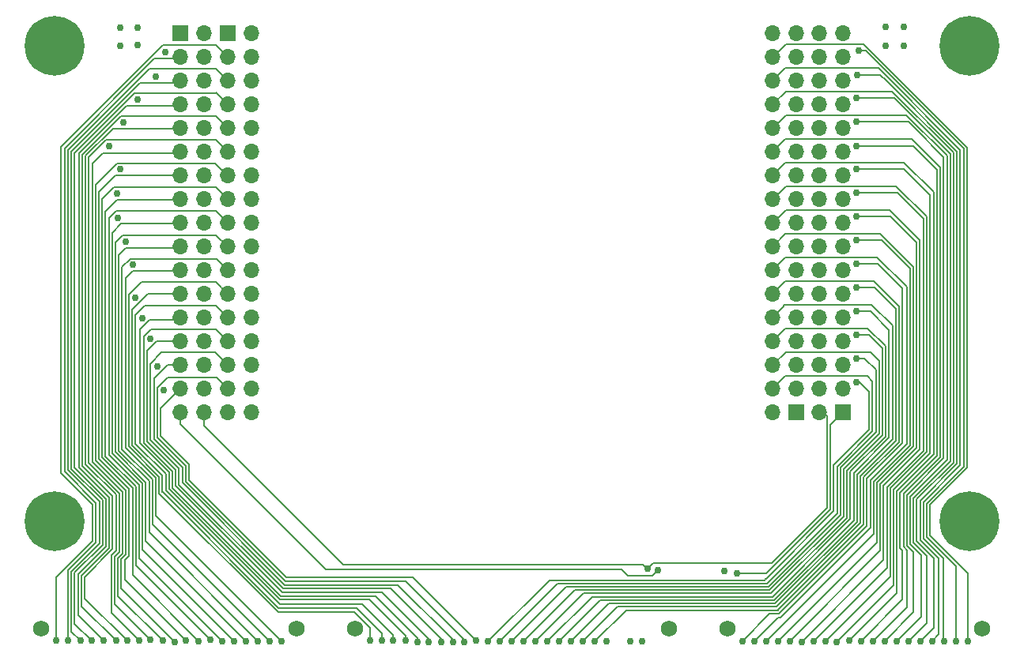
<source format=gbl>
G04 #@! TF.GenerationSoftware,KiCad,Pcbnew,5.1.9+dfsg1-1~bpo10+1*
G04 #@! TF.CreationDate,2021-11-09T03:07:47+00:00*
G04 #@! TF.ProjectId,120-channel-pogo-pin-board,3132302d-6368-4616-9e6e-656c2d706f67,v3.4*
G04 #@! TF.SameCoordinates,Original*
G04 #@! TF.FileFunction,Copper,L4,Bot*
G04 #@! TF.FilePolarity,Positive*
%FSLAX46Y46*%
G04 Gerber Fmt 4.6, Leading zero omitted, Abs format (unit mm)*
G04 Created by KiCad (PCBNEW 5.1.9+dfsg1-1~bpo10+1) date 2021-11-09 03:07:47*
%MOMM*%
%LPD*%
G01*
G04 APERTURE LIST*
G04 #@! TA.AperFunction,ComponentPad*
%ADD10R,1.700000X1.700000*%
G04 #@! TD*
G04 #@! TA.AperFunction,ComponentPad*
%ADD11O,1.700000X1.700000*%
G04 #@! TD*
G04 #@! TA.AperFunction,ComponentPad*
%ADD12C,1.750000*%
G04 #@! TD*
G04 #@! TA.AperFunction,ComponentPad*
%ADD13C,6.400000*%
G04 #@! TD*
G04 #@! TA.AperFunction,ViaPad*
%ADD14C,0.762000*%
G04 #@! TD*
G04 #@! TA.AperFunction,Conductor*
%ADD15C,0.177800*%
G04 #@! TD*
G04 APERTURE END LIST*
D10*
X64483180Y-79687620D03*
D11*
X67023180Y-79687620D03*
X64483180Y-82227620D03*
X67023180Y-82227620D03*
X64483180Y-84767620D03*
X67023180Y-84767620D03*
X64483180Y-87307620D03*
X67023180Y-87307620D03*
X64483180Y-89847620D03*
X67023180Y-89847620D03*
X64483180Y-92387620D03*
X67023180Y-92387620D03*
X64483180Y-94927620D03*
X67023180Y-94927620D03*
X64483180Y-97467620D03*
X67023180Y-97467620D03*
X64483180Y-100007620D03*
X67023180Y-100007620D03*
X64483180Y-102547620D03*
X67023180Y-102547620D03*
X64483180Y-105087620D03*
X67023180Y-105087620D03*
X64483180Y-107627620D03*
X67023180Y-107627620D03*
X64483180Y-110167620D03*
X67023180Y-110167620D03*
X64483180Y-112707620D03*
X67023180Y-112707620D03*
X64483180Y-115247620D03*
X67023180Y-115247620D03*
X64483180Y-117787620D03*
X67023180Y-117787620D03*
X67023180Y-120327620D03*
X64483180Y-120327620D03*
D12*
X49619100Y-143480000D03*
X76924100Y-143480000D03*
D13*
X149000000Y-81000000D03*
X51000000Y-81000000D03*
X149000000Y-132000000D03*
X51000000Y-132000000D03*
D12*
X83172500Y-143480000D03*
X116827500Y-143480000D03*
X123075900Y-143480000D03*
X150380900Y-143480000D03*
D10*
X69588580Y-79687620D03*
D11*
X72128580Y-79687620D03*
X69588580Y-82227620D03*
X72128580Y-82227620D03*
X69588580Y-84767620D03*
X72128580Y-84767620D03*
X69588580Y-87307620D03*
X72128580Y-87307620D03*
X69588580Y-89847620D03*
X72128580Y-89847620D03*
X69588580Y-92387620D03*
X72128580Y-92387620D03*
X69588580Y-94927620D03*
X72128580Y-94927620D03*
X69588580Y-97467620D03*
X72128580Y-97467620D03*
X69588580Y-100007620D03*
X72128580Y-100007620D03*
X69588580Y-102547620D03*
X72128580Y-102547620D03*
X69588580Y-105087620D03*
X72128580Y-105087620D03*
X69588580Y-107627620D03*
X72128580Y-107627620D03*
X69588580Y-110167620D03*
X72128580Y-110167620D03*
X69588580Y-112707620D03*
X72128580Y-112707620D03*
X69588580Y-115247620D03*
X72128580Y-115247620D03*
X69588580Y-117787620D03*
X72128580Y-117787620D03*
X72128580Y-120327620D03*
X69588580Y-120327620D03*
D10*
X135448240Y-120314920D03*
D11*
X132908240Y-120314920D03*
X135448240Y-117774920D03*
X132908240Y-117774920D03*
X135448240Y-115234920D03*
X132908240Y-115234920D03*
X135448240Y-112694920D03*
X132908240Y-112694920D03*
X135448240Y-110154920D03*
X132908240Y-110154920D03*
X135448240Y-107614920D03*
X132908240Y-107614920D03*
X135448240Y-105074920D03*
X132908240Y-105074920D03*
X135448240Y-102534920D03*
X132908240Y-102534920D03*
X135448240Y-99994920D03*
X132908240Y-99994920D03*
X135448240Y-97454920D03*
X132908240Y-97454920D03*
X135448240Y-94914920D03*
X132908240Y-94914920D03*
X135448240Y-92374920D03*
X132908240Y-92374920D03*
X135448240Y-89834920D03*
X132908240Y-89834920D03*
X135448240Y-87294920D03*
X132908240Y-87294920D03*
X135448240Y-84754920D03*
X132908240Y-84754920D03*
X135448240Y-82214920D03*
X132908240Y-82214920D03*
X132908240Y-79674920D03*
X135448240Y-79674920D03*
D10*
X130429200Y-120325080D03*
D11*
X127889200Y-120325080D03*
X130429200Y-117785080D03*
X127889200Y-117785080D03*
X130429200Y-115245080D03*
X127889200Y-115245080D03*
X130429200Y-112705080D03*
X127889200Y-112705080D03*
X130429200Y-110165080D03*
X127889200Y-110165080D03*
X130429200Y-107625080D03*
X127889200Y-107625080D03*
X130429200Y-105085080D03*
X127889200Y-105085080D03*
X130429200Y-102545080D03*
X127889200Y-102545080D03*
X130429200Y-100005080D03*
X127889200Y-100005080D03*
X130429200Y-97465080D03*
X127889200Y-97465080D03*
X130429200Y-94925080D03*
X127889200Y-94925080D03*
X130429200Y-92385080D03*
X127889200Y-92385080D03*
X130429200Y-89845080D03*
X127889200Y-89845080D03*
X130429200Y-87305080D03*
X127889200Y-87305080D03*
X130429200Y-84765080D03*
X127889200Y-84765080D03*
X130429200Y-82225080D03*
X127889200Y-82225080D03*
X127889200Y-79685080D03*
X130429200Y-79685080D03*
D14*
X62900000Y-81650000D03*
X67023180Y-82227620D03*
X69588580Y-82227620D03*
X51200000Y-144800000D03*
X52500000Y-144800000D03*
X64483180Y-82227620D03*
X56300000Y-144800000D03*
X69588580Y-87307620D03*
X64450000Y-87350000D03*
X57600000Y-144800000D03*
X64483180Y-84767620D03*
X55000000Y-144800000D03*
X69588580Y-84767620D03*
X53800000Y-144800000D03*
X61900000Y-84300000D03*
X67023180Y-84767620D03*
X59900000Y-86750000D03*
X67023180Y-87307620D03*
X69588580Y-89847620D03*
X58800000Y-144800000D03*
X58400000Y-89250000D03*
X67023180Y-89847620D03*
X60100000Y-144800000D03*
X64483180Y-89847620D03*
X69600000Y-92400000D03*
X61300000Y-144700000D03*
X56850000Y-91800000D03*
X67023180Y-92387620D03*
X62600000Y-144800000D03*
X64483180Y-92387620D03*
X69600000Y-94950000D03*
X63900000Y-144900000D03*
X58050000Y-94250000D03*
X67023180Y-94927620D03*
X65100000Y-144800000D03*
X64483180Y-94927620D03*
X66446600Y-144843980D03*
X69588580Y-97467620D03*
X57750000Y-96850000D03*
X67023180Y-97467620D03*
X67700000Y-144700000D03*
X64483180Y-97467620D03*
X68986600Y-144843980D03*
X69588580Y-100007620D03*
X57800000Y-99450000D03*
X67023180Y-100007620D03*
X70256600Y-144843980D03*
X64483180Y-100007620D03*
X71526600Y-144843980D03*
X69588580Y-102547620D03*
X58650000Y-102000000D03*
X67023180Y-102547620D03*
X72796600Y-144843980D03*
X64483180Y-102547620D03*
X69588580Y-105087620D03*
X74066600Y-144843980D03*
X59400000Y-104500000D03*
X67023180Y-105087620D03*
X75336600Y-144843980D03*
X64483180Y-105087620D03*
X144983400Y-144843980D03*
X136969500Y-84137500D03*
X132908240Y-84754920D03*
X146253400Y-144843980D03*
X127889200Y-84765080D03*
X147523400Y-144843980D03*
X137160000Y-81534000D03*
X132910740Y-82214920D03*
X148793400Y-144843980D03*
X127899360Y-82204760D03*
X127891698Y-94925080D03*
X136100000Y-144800000D03*
X134800000Y-144900000D03*
X136842500Y-94234000D03*
X132910740Y-94914920D03*
X133553400Y-144843980D03*
X127891700Y-97465080D03*
X136842500Y-96774000D03*
X132283400Y-144843980D03*
X132910738Y-97454920D03*
X127891702Y-100005080D03*
X131000000Y-144900000D03*
X143713400Y-144843980D03*
X127893594Y-87339326D03*
X124663400Y-144843980D03*
X136842500Y-104394000D03*
X132910740Y-105074920D03*
X125933400Y-144843980D03*
X127891702Y-105085080D03*
X127203400Y-144843980D03*
X136842500Y-101854000D03*
X132910740Y-102534918D03*
X128473400Y-144843980D03*
X127891700Y-102545080D03*
X136842500Y-99314000D03*
X129743400Y-144843980D03*
X132910740Y-99994920D03*
X137363400Y-144843980D03*
X136906000Y-91757500D03*
X132910740Y-92374920D03*
X138633400Y-144843980D03*
X127891700Y-92385080D03*
X139903400Y-144843980D03*
X136842500Y-89154000D03*
X132910740Y-89834918D03*
X127893594Y-89879326D03*
X141173400Y-144843980D03*
X142443400Y-144843980D03*
X136906000Y-86614000D03*
X132910740Y-87294920D03*
X64483180Y-117787620D03*
X96200000Y-144800000D03*
X62700000Y-117950000D03*
X67023180Y-117787620D03*
X94900000Y-144900000D03*
X69588580Y-117787620D03*
X64500000Y-115250000D03*
X93700000Y-144900000D03*
X62000000Y-115400000D03*
X67023180Y-115247620D03*
X92400000Y-144900000D03*
X69588580Y-115247620D03*
X64450000Y-112700000D03*
X91100000Y-144900000D03*
X61250000Y-112450000D03*
X67023180Y-112707620D03*
X108890000Y-144843980D03*
X127876500Y-107620000D03*
X136842500Y-106934000D03*
X107620000Y-144843980D03*
X132910740Y-107614920D03*
X106350000Y-144843980D03*
X127891700Y-110165080D03*
X136842500Y-109474000D03*
X132910740Y-110154920D03*
X105080000Y-144843980D03*
X103810000Y-144843980D03*
X127891700Y-112705080D03*
X84800000Y-144800000D03*
X69600000Y-107650000D03*
X59650000Y-108000000D03*
X67023180Y-107627620D03*
X86100000Y-144800000D03*
X64483180Y-107627620D03*
X69588580Y-110167620D03*
X87300000Y-144800000D03*
X60400000Y-110200000D03*
X67023180Y-110167620D03*
X64483180Y-110167620D03*
X88600000Y-144800000D03*
X89900000Y-144900000D03*
X69588580Y-112707620D03*
X97460000Y-144843980D03*
X136842500Y-117094000D03*
X132910740Y-117774922D03*
X127891698Y-117785080D03*
X98730000Y-144843980D03*
X136842500Y-114554000D03*
X100000000Y-144843980D03*
X132910738Y-115234920D03*
X101270000Y-144843980D03*
X127891700Y-115245080D03*
X136842500Y-112014000D03*
X102540000Y-144843980D03*
X132910740Y-112694920D03*
X64483180Y-120327620D03*
X115600000Y-137200000D03*
X124100000Y-137600000D03*
X135450740Y-120314920D03*
X122760000Y-137350000D03*
X112700000Y-144843980D03*
X110160000Y-144843980D03*
X69588580Y-120327620D03*
X69588580Y-79687620D03*
X130429200Y-120325080D03*
X140000000Y-81000000D03*
X140050000Y-79000000D03*
X59931500Y-80950002D03*
X59931500Y-79045000D03*
X114500000Y-137100000D03*
X67000000Y-120300000D03*
X132910740Y-120314920D03*
X113970000Y-144843980D03*
X72123500Y-79680000D03*
X72128580Y-120327620D03*
X127891702Y-120325080D03*
X127889200Y-79685080D03*
X142000000Y-81000000D03*
X141950000Y-79000000D03*
X58026502Y-81013500D03*
X58026500Y-79045001D03*
D15*
X51232000Y-137973000D02*
X51232000Y-144768000D01*
X69588580Y-82227620D02*
X68310960Y-80950000D01*
X68310960Y-80950000D02*
X62662000Y-80950000D01*
X62662000Y-80950000D02*
X61392000Y-82220000D01*
X51232000Y-137973000D02*
X55105500Y-134099500D01*
X55105500Y-134099500D02*
X55105500Y-130162500D01*
X55105500Y-130162500D02*
X51740000Y-126797000D01*
X51740000Y-91872000D02*
X61392000Y-82220000D01*
X51740000Y-126797000D02*
X51740000Y-91872000D01*
X51232000Y-144768000D02*
X51200000Y-144800000D01*
X52476600Y-137231309D02*
X52476600Y-144776600D01*
X52095611Y-92019297D02*
X52095611Y-126649703D01*
X52095611Y-126649703D02*
X55461111Y-130015202D01*
X55461111Y-130015202D02*
X55461111Y-134246798D01*
X55461111Y-134246798D02*
X52476600Y-137231309D01*
X61044904Y-83070004D02*
X52095611Y-92019297D01*
X52476600Y-144776600D02*
X52500000Y-144800000D01*
X61714908Y-82400000D02*
X61044904Y-83070004D01*
X64310800Y-82400000D02*
X61714908Y-82400000D01*
X64483180Y-82227620D02*
X64310800Y-82400000D01*
X61044904Y-83069994D02*
X61044904Y-83070004D01*
X61044909Y-83069999D02*
X61044904Y-83070004D01*
X53543433Y-137673202D02*
X53543433Y-142043433D01*
X53162444Y-126207808D02*
X53162444Y-99896106D01*
X56527944Y-129573308D02*
X53162444Y-126207808D01*
X56527944Y-134688692D02*
X56527944Y-129573308D01*
X53543433Y-137673202D02*
X56527944Y-134688692D01*
X59602898Y-86052898D02*
X53162444Y-92493352D01*
X53162444Y-99896106D02*
X53162444Y-92493352D01*
X53543433Y-142043433D02*
X56300000Y-144800000D01*
X59602898Y-86052898D02*
X68333858Y-86052898D01*
X68330960Y-86050000D02*
X69588580Y-87307620D01*
X68333858Y-86052898D02*
X68330960Y-86050000D01*
X59602898Y-86052898D02*
X59605796Y-86050000D01*
X53899045Y-137820500D02*
X53899045Y-141099045D01*
X64350000Y-87450000D02*
X64450000Y-87350000D01*
X53644990Y-100812810D02*
X53644990Y-92513704D01*
X56883554Y-134835992D02*
X53899045Y-137820500D01*
X53644990Y-126187446D02*
X56883554Y-129426010D01*
X53644990Y-100812810D02*
X53644990Y-126187446D01*
X56883554Y-129426010D02*
X56883554Y-134835992D01*
X53644990Y-92513704D02*
X58708694Y-87450000D01*
X58708694Y-87450000D02*
X64350000Y-87450000D01*
X53899045Y-141099045D02*
X57600000Y-144800000D01*
X53187822Y-137525904D02*
X53187822Y-142987822D01*
X64483180Y-84767620D02*
X64250800Y-85000000D01*
X64250800Y-85000000D02*
X60152898Y-85000000D01*
X52806824Y-93343176D02*
X52806824Y-92346074D01*
X52806824Y-92346074D02*
X60152898Y-85000000D01*
X52806824Y-99300000D02*
X52806824Y-99374118D01*
X52806824Y-93343176D02*
X52806824Y-99300000D01*
X52806824Y-99374118D02*
X52806833Y-99374109D01*
X52806833Y-99374109D02*
X52806833Y-126355107D01*
X52806833Y-126355107D02*
X56172333Y-129720606D01*
X56172333Y-129720606D02*
X56172333Y-134541394D01*
X56172333Y-134541394D02*
X53187822Y-137525904D01*
X53187822Y-142987822D02*
X55000000Y-144800000D01*
X52832211Y-137378606D02*
X52832211Y-143832211D01*
X52451222Y-126502404D02*
X52451222Y-98148318D01*
X52832211Y-137378606D02*
X55816722Y-134394096D01*
X55816722Y-134394096D02*
X55816722Y-129867904D01*
X52451222Y-98148318D02*
X52451213Y-98148327D01*
X55816722Y-129867904D02*
X52451222Y-126502404D01*
X69588580Y-84767620D02*
X68320960Y-83500000D01*
X68320960Y-83500000D02*
X61150000Y-83500000D01*
X61150000Y-83500000D02*
X52451213Y-92198787D01*
X52451213Y-92198787D02*
X52451213Y-98148318D01*
X52451213Y-98148327D02*
X52451213Y-98148318D01*
X52832211Y-143832211D02*
X53800000Y-144800000D01*
X67023180Y-84767620D02*
X67023180Y-84473180D01*
X54254655Y-137967798D02*
X54254655Y-140254655D01*
X69588580Y-89847620D02*
X68290960Y-88550000D01*
X68290960Y-88550000D02*
X58111592Y-88550000D01*
X58111592Y-88550000D02*
X54000600Y-92660992D01*
X54000600Y-92660992D02*
X54000600Y-102819402D01*
X54000600Y-126040146D02*
X54000600Y-102819402D01*
X57239166Y-134983288D02*
X57239166Y-129278712D01*
X57239166Y-129278712D02*
X54000600Y-126040146D01*
X54254655Y-137967798D02*
X57239166Y-134983288D01*
X54254655Y-140254655D02*
X58800000Y-144800000D01*
X57086777Y-135638586D02*
X57086777Y-141786777D01*
X54356211Y-103289289D02*
X54356211Y-125892848D01*
X57594777Y-129131414D02*
X54356211Y-125892848D01*
X57594777Y-135130586D02*
X57594777Y-129131414D01*
X57086777Y-135638586D02*
X57594777Y-135130586D01*
X57086777Y-141786777D02*
X60100000Y-144800000D01*
X54356202Y-103289289D02*
X54356211Y-103289289D01*
X54356202Y-92808288D02*
X54356202Y-103289289D01*
X57264490Y-89900000D02*
X54356202Y-92808288D01*
X64430800Y-89900000D02*
X57264490Y-89900000D01*
X64483180Y-89847620D02*
X64430800Y-89900000D01*
X54356211Y-103289289D02*
X54356211Y-103289289D01*
X57442388Y-135785884D02*
X57442388Y-140842388D01*
X54711822Y-92955566D02*
X56567388Y-91100000D01*
X56567388Y-91100000D02*
X68300000Y-91100000D01*
X68300000Y-91100000D02*
X69600000Y-92400000D01*
X57442388Y-135785884D02*
X57950388Y-135277884D01*
X57950388Y-135277884D02*
X57950388Y-128984116D01*
X54711822Y-125745550D02*
X54711822Y-104109369D01*
X57950388Y-128984116D02*
X54711822Y-125745550D01*
X54711822Y-104109369D02*
X54711822Y-92955566D01*
X57442388Y-140842388D02*
X61300000Y-144700000D01*
X57797999Y-135933182D02*
X57797999Y-139997999D01*
X55067433Y-104733509D02*
X55067433Y-125598252D01*
X58305999Y-128836818D02*
X55067433Y-125598252D01*
X58305999Y-135425182D02*
X58305999Y-128836818D01*
X57797999Y-135933182D02*
X58305999Y-135425182D01*
X57797999Y-139997999D02*
X62600000Y-144800000D01*
X55067433Y-104733509D02*
X55067424Y-104733509D01*
X55067424Y-93650000D02*
X55067424Y-104733509D01*
X56217424Y-92500000D02*
X55067424Y-93650000D01*
X64370800Y-92500000D02*
X56217424Y-92500000D01*
X64370800Y-92500000D02*
X64483180Y-92387620D01*
X55067433Y-104733509D02*
X55067433Y-104733509D01*
X58153610Y-136080480D02*
X58153610Y-139153610D01*
X55423044Y-95876946D02*
X57699990Y-93600000D01*
X57699990Y-93600000D02*
X68250000Y-93600000D01*
X68250000Y-93600000D02*
X69600000Y-94950000D01*
X55423044Y-105336496D02*
X55423044Y-125450954D01*
X55423044Y-125450954D02*
X58661610Y-128689520D01*
X58661610Y-128689520D02*
X58661610Y-135572480D01*
X58661610Y-135572480D02*
X58153610Y-136080480D01*
X55423044Y-105336496D02*
X55423044Y-95876946D01*
X58153610Y-139153610D02*
X63900000Y-144900000D01*
X58572721Y-136164278D02*
X58572721Y-138272721D01*
X59017221Y-128542222D02*
X55778655Y-125303656D01*
X55778655Y-105815896D02*
X55778655Y-125303656D01*
X58572721Y-136164278D02*
X59017221Y-135719778D01*
X59017221Y-135719778D02*
X59017221Y-128542222D01*
X58572721Y-138272721D02*
X65100000Y-144800000D01*
X55778655Y-105815896D02*
X55778646Y-105815896D01*
X55778646Y-96700000D02*
X55778646Y-105815896D01*
X57578646Y-94900000D02*
X55778646Y-96700000D01*
X64455560Y-94900000D02*
X57578646Y-94900000D01*
X64455560Y-94900000D02*
X64483180Y-94927620D01*
X55778655Y-105815896D02*
X55778655Y-105815896D01*
X59372832Y-137770212D02*
X59372832Y-128394933D01*
X66446600Y-144843980D02*
X59372832Y-137770212D01*
X59372841Y-128394924D02*
X59372841Y-128394933D01*
X59372832Y-128394933D02*
X59372841Y-128394924D01*
X56134266Y-107165274D02*
X56134257Y-107165274D01*
X56134257Y-97415743D02*
X56134257Y-107165274D01*
X57400000Y-96150000D02*
X56134257Y-97415743D01*
X68270960Y-96150000D02*
X57400000Y-96150000D01*
X68270960Y-96150000D02*
X69588580Y-97467620D01*
X56134266Y-107165274D02*
X56134266Y-107165274D01*
X56134266Y-107165274D02*
X56134266Y-125156358D01*
X56134266Y-125156358D02*
X59372841Y-128394933D01*
X59372841Y-128394933D02*
X59372832Y-128394924D01*
X59728443Y-136728443D02*
X59728443Y-128247635D01*
X59728443Y-136728443D02*
X59900000Y-136900000D01*
X59900000Y-136900000D02*
X67700000Y-144700000D01*
X59728452Y-128247626D02*
X59728452Y-128247635D01*
X59728443Y-128247635D02*
X59728452Y-128247626D01*
X56489877Y-108400000D02*
X56489877Y-98800000D01*
X56489859Y-98799991D02*
X56489859Y-98800000D01*
X56489868Y-98799991D02*
X56489859Y-98799991D01*
X56489877Y-98800000D02*
X56489868Y-98799991D01*
X64400800Y-97550000D02*
X64483180Y-97467620D01*
X57739859Y-97550000D02*
X56489859Y-98800000D01*
X64400800Y-97550000D02*
X57739859Y-97550000D01*
X56489859Y-98800000D02*
X56489859Y-98800000D01*
X56489877Y-125009060D02*
X56489877Y-108400000D01*
X59728452Y-128247635D02*
X56489877Y-125009060D01*
X56489877Y-108400000D02*
X56489877Y-108391065D01*
X59728443Y-128247626D02*
X59728452Y-128247635D01*
X60084054Y-135941434D02*
X60084054Y-128100329D01*
X68986600Y-144843980D02*
X60084054Y-135941434D01*
X60084060Y-128100323D02*
X60084060Y-128100334D01*
X60084054Y-128100329D02*
X60084060Y-128100323D01*
X56845488Y-108994052D02*
X56845479Y-108994052D01*
X56845479Y-99454521D02*
X56845479Y-108994052D01*
X57600000Y-98700000D02*
X56845479Y-99454521D01*
X68280960Y-98700000D02*
X57600000Y-98700000D01*
X68280960Y-98700000D02*
X69588580Y-100007620D01*
X56845488Y-108994052D02*
X56845488Y-108994052D01*
X56845488Y-108994052D02*
X56845488Y-124861762D01*
X56845488Y-124861762D02*
X60084060Y-128100334D01*
X60084060Y-128100334D02*
X60084054Y-128100328D01*
X60439665Y-127953030D02*
X60439665Y-135027036D01*
X57201099Y-110219843D02*
X57201099Y-124714464D01*
X60439665Y-127953030D02*
X57201099Y-124714464D01*
X60439656Y-135027041D02*
X60439656Y-135027036D01*
X60439660Y-135027041D02*
X60439656Y-135027041D01*
X60439665Y-135027036D02*
X60439660Y-135027041D01*
X60439656Y-135027036D02*
X70256600Y-144843980D01*
X60439656Y-135027036D02*
X60439656Y-135027036D01*
X57201099Y-110219843D02*
X57201090Y-110219843D01*
X57201090Y-101049991D02*
X57201090Y-110219843D01*
X58151081Y-100100000D02*
X57201090Y-101049991D01*
X64390800Y-100100000D02*
X58151081Y-100100000D01*
X64390800Y-100100000D02*
X64483180Y-100007620D01*
X57201099Y-110219843D02*
X57201099Y-110219843D01*
X60795276Y-134100000D02*
X60800000Y-134100000D01*
X60795276Y-134104724D02*
X60800000Y-134100000D01*
X60795276Y-134112656D02*
X60795276Y-134104724D01*
X60795276Y-134112656D02*
X71526600Y-144843980D01*
X60795276Y-127805732D02*
X60795276Y-134100000D01*
X57556710Y-124567166D02*
X60795276Y-127805732D01*
X57556710Y-110822830D02*
X57556710Y-124567166D01*
X57556710Y-102093290D02*
X57556710Y-110822830D01*
X58350000Y-101300000D02*
X57556710Y-102093290D01*
X68340960Y-101300000D02*
X58350000Y-101300000D01*
X68340960Y-101300000D02*
X69588580Y-102547620D01*
X61150887Y-133200000D02*
X61152620Y-133200000D01*
X61152620Y-133200000D02*
X72796600Y-144843980D01*
X57912321Y-111350000D02*
X57912312Y-111350000D01*
X57912312Y-103450000D02*
X57912312Y-111350000D01*
X58662312Y-102700000D02*
X57912312Y-103450000D01*
X64330800Y-102700000D02*
X58662312Y-102700000D01*
X64330800Y-102700000D02*
X64483180Y-102547620D01*
X57912321Y-124419868D02*
X57912321Y-111350000D01*
X57912321Y-111350000D02*
X57912321Y-111252141D01*
X61150887Y-127658434D02*
X57912321Y-124419868D01*
X61150887Y-133200000D02*
X61150887Y-127658434D01*
X61506498Y-127511136D02*
X61506498Y-132283878D01*
X69588580Y-105087620D02*
X68350000Y-103849040D01*
X68350000Y-103849040D02*
X59118874Y-103849040D01*
X59118874Y-103849040D02*
X58267932Y-104699982D01*
X58267932Y-104699982D02*
X58267932Y-111399438D01*
X58267932Y-111399438D02*
X58267932Y-124272570D01*
X58267932Y-124272570D02*
X61506498Y-127511136D01*
X61522620Y-132300000D02*
X74066600Y-144843980D01*
X61506498Y-132283878D02*
X61522620Y-132300000D01*
X61862109Y-131369489D02*
X61862109Y-127363838D01*
X61862109Y-127363838D02*
X58623543Y-124125272D01*
X58623543Y-111600000D02*
X58623543Y-124125272D01*
X61862109Y-131369489D02*
X75336600Y-144843980D01*
X58623543Y-111600000D02*
X58623534Y-111600000D01*
X58623534Y-105900000D02*
X58623534Y-111600000D01*
X59373534Y-105150000D02*
X58623534Y-105900000D01*
X64420800Y-105150000D02*
X59373534Y-105150000D01*
X64420800Y-105150000D02*
X64483180Y-105087620D01*
X58623543Y-111600000D02*
X58623543Y-111546735D01*
X136969500Y-84137500D02*
X139461276Y-84137500D01*
X143700667Y-133982594D02*
X145709049Y-135990976D01*
X143700667Y-129784106D02*
X143700667Y-133982594D01*
X147650466Y-125834307D02*
X143700667Y-129784106D01*
X147650466Y-92326690D02*
X147650466Y-125834307D01*
X140083776Y-84760000D02*
X147650466Y-92326690D01*
X144983400Y-144843980D02*
X145709043Y-144118337D01*
X145709043Y-144118337D02*
X145709043Y-135990971D01*
X145709043Y-135990971D02*
X145709049Y-135990965D01*
X145709049Y-135990976D02*
X145709049Y-135990965D01*
X139461276Y-84137500D02*
X140083776Y-84760000D01*
X132908240Y-84754920D02*
X132913320Y-84760000D01*
X146160491Y-135939509D02*
X146160491Y-144751071D01*
X146160491Y-144751071D02*
X146253400Y-144843980D01*
X148006077Y-92179393D02*
X139228685Y-83402001D01*
X144056278Y-129931404D02*
X148006077Y-125981605D01*
X144056278Y-133835296D02*
X144056278Y-129931404D01*
X146160491Y-135939509D02*
X144056278Y-133835296D01*
X148006077Y-125981605D02*
X148006077Y-92179393D01*
X139228685Y-83402001D02*
X129257359Y-83402001D01*
X129257359Y-83402001D02*
X127889200Y-84770160D01*
X137160000Y-81534000D02*
X137863592Y-81534000D01*
X148361688Y-92032096D02*
X138549592Y-82220000D01*
X148361688Y-126128903D02*
X148361688Y-92032096D01*
X144411889Y-130078702D02*
X148361688Y-126128903D01*
X144411889Y-133687998D02*
X144411889Y-130078702D01*
X147561946Y-136838055D02*
X144411889Y-133687998D01*
X147523400Y-144843980D02*
X147561946Y-144805434D01*
X147561946Y-136838055D02*
X147561946Y-144805434D01*
X137863592Y-81534000D02*
X138549592Y-82220000D01*
X132953960Y-82220000D02*
X132943800Y-82230160D01*
X137655500Y-80823000D02*
X129372560Y-80823000D01*
X127899360Y-82296200D02*
X129372560Y-80823000D01*
X148768000Y-91935500D02*
X137655500Y-80823000D01*
X148768000Y-126225500D02*
X148768000Y-91935500D01*
X144767500Y-133540700D02*
X144767500Y-130226000D01*
X148793400Y-137566600D02*
X144767500Y-133540700D01*
X144767500Y-130226000D02*
X148768000Y-126225500D01*
X148793400Y-137566600D02*
X148793400Y-144843980D01*
X141211390Y-128753020D02*
X141211390Y-139688610D01*
X127899360Y-94930160D02*
X127889200Y-94940320D01*
X129296360Y-93533160D02*
X127889200Y-94940320D01*
X141983660Y-93533160D02*
X129296360Y-93533160D01*
X145161189Y-96710689D02*
X141983660Y-93533160D01*
X145161189Y-124803221D02*
X145161189Y-96710689D01*
X141211390Y-128753020D02*
X145161189Y-124803221D01*
X141211390Y-139688610D02*
X136100000Y-144800000D01*
X136842500Y-94234000D02*
X141935200Y-94234000D01*
X140855779Y-138844221D02*
X134800000Y-144900000D01*
X140855779Y-128605722D02*
X144754888Y-124706613D01*
X144754888Y-124706613D02*
X144754888Y-97053688D01*
X144754888Y-97053688D02*
X142621200Y-94920000D01*
X140855779Y-128605722D02*
X140855779Y-138844221D01*
X141935200Y-94234000D02*
X142621200Y-94920000D01*
X132923480Y-94894600D02*
X132948880Y-94920000D01*
X140500159Y-128458433D02*
X140500159Y-128458424D01*
X140500159Y-137897221D02*
X140500159Y-128458424D01*
X140500159Y-137897221D02*
X133553400Y-144843980D01*
X144399277Y-124559315D02*
X144399277Y-99314277D01*
X141148000Y-96063000D02*
X129352240Y-96063000D01*
X129352240Y-96063000D02*
X127914600Y-97500640D01*
X140500168Y-128458424D02*
X140500159Y-128458433D01*
X140500159Y-128458433D02*
X144399277Y-124559315D01*
X144399277Y-99314277D02*
X141148000Y-96063000D01*
X141287500Y-96774000D02*
X144043666Y-99530166D01*
X144043666Y-124412017D02*
X144043666Y-99530166D01*
X140144557Y-128311126D02*
X144043666Y-124412017D01*
X140144557Y-136982823D02*
X140144557Y-128311126D01*
X140144557Y-136982823D02*
X132283400Y-144843980D01*
X136842500Y-96774000D02*
X141287500Y-96774000D01*
X139788946Y-128163828D02*
X139788946Y-136111054D01*
X129339340Y-98590500D02*
X127899360Y-100030480D01*
X143688055Y-101841555D02*
X140437000Y-98590500D01*
X143688055Y-124264719D02*
X143688055Y-101841555D01*
X127899360Y-100040640D02*
X127899360Y-100030480D01*
X139788946Y-128163828D02*
X143688055Y-124264719D01*
X140437000Y-98590500D02*
X129339340Y-98590500D01*
X139788946Y-136111054D02*
X131000000Y-144900000D01*
X145157582Y-135942418D02*
X145157582Y-143399798D01*
X145157582Y-143399798D02*
X143713400Y-144843980D01*
X127899360Y-87320320D02*
X129316680Y-85903000D01*
X129316680Y-85903000D02*
X140723868Y-85903000D01*
X140723868Y-85903000D02*
X147294855Y-92473987D01*
X147294855Y-92473987D02*
X147294855Y-125687009D01*
X147294855Y-125687009D02*
X143345056Y-129636808D01*
X143345056Y-129636808D02*
X143345056Y-134129892D01*
X143345056Y-134129892D02*
X145157582Y-135942418D01*
X136842500Y-104394000D02*
X139192000Y-104394000D01*
X124663400Y-144843980D02*
X127607380Y-141900000D01*
X127607380Y-141900000D02*
X128607380Y-141900000D01*
X128607380Y-141900000D02*
X138010891Y-132496489D01*
X138010891Y-132496489D02*
X138010891Y-127427338D01*
X138010891Y-127427338D02*
X141808499Y-123629730D01*
X141808499Y-123629730D02*
X141808499Y-107010499D01*
X139192000Y-104394000D02*
X141808499Y-107010499D01*
X127879040Y-105080000D02*
X127889200Y-105080000D01*
X129286200Y-103683000D02*
X127889200Y-105080000D01*
X139090600Y-103683000D02*
X129286200Y-103683000D01*
X142265611Y-106858011D02*
X139090600Y-103683000D01*
X138366502Y-127574636D02*
X142265611Y-123675527D01*
X142265611Y-123675527D02*
X142265611Y-106858011D01*
X138366502Y-132669198D02*
X138366502Y-127574636D01*
X128735700Y-142300000D02*
X138366502Y-132669198D01*
X128477380Y-142300000D02*
X128735700Y-142300000D01*
X128477380Y-142300000D02*
X125933400Y-144843980D01*
X136842500Y-101854000D02*
X139598400Y-101854000D01*
X142621222Y-123822825D02*
X142621222Y-104876822D01*
X138722113Y-127721934D02*
X142621222Y-123822825D01*
X138722113Y-133300000D02*
X138722113Y-127721934D01*
X127203400Y-144843980D02*
X138722122Y-133325258D01*
X138722122Y-133325258D02*
X138722122Y-133300000D01*
X138722113Y-133300000D02*
X138722122Y-133300000D01*
X139598400Y-101854000D02*
X142621222Y-104876822D01*
X132893002Y-102539998D02*
X132893000Y-102540000D01*
X139077724Y-134239656D02*
X139077724Y-127869241D01*
X128473400Y-144843980D02*
X139077724Y-134239656D01*
X139077715Y-127869232D02*
X139077715Y-127869241D01*
X139077724Y-127869241D02*
X139077715Y-127869232D01*
X127960320Y-102484120D02*
X127914600Y-102529840D01*
X139077724Y-127869232D02*
X139077715Y-127869241D01*
X139077715Y-127869241D02*
X142976833Y-123970123D01*
X142976833Y-123970123D02*
X142976833Y-104686333D01*
X142976833Y-104686333D02*
X139433500Y-101143000D01*
X139433500Y-101143000D02*
X129301440Y-101143000D01*
X129301440Y-101143000D02*
X127960320Y-102484120D01*
X136842500Y-99314000D02*
X140563600Y-99314000D01*
X143332444Y-124117421D02*
X143332444Y-102082844D01*
X139433326Y-128016539D02*
X143332444Y-124117421D01*
X140563600Y-99314000D02*
X143332444Y-102082844D01*
X139433326Y-128016539D02*
X139433326Y-128016530D01*
X139433326Y-135154054D02*
X139433326Y-128016530D01*
X139433326Y-135154054D02*
X129743400Y-144843980D01*
X139433335Y-128016530D02*
X139433326Y-128016539D01*
X136906000Y-91757500D02*
X142963900Y-91757500D01*
X137363400Y-144843980D02*
X141821001Y-140386379D01*
X145516800Y-94310400D02*
X143586400Y-92380000D01*
X141821001Y-135120382D02*
X141567001Y-134866382D01*
X141567001Y-134866382D02*
X141567001Y-128900318D01*
X141567001Y-128900318D02*
X145516800Y-124950519D01*
X145516800Y-124950519D02*
X145516800Y-94310400D01*
X141821001Y-135120382D02*
X141821001Y-140386379D01*
X142963900Y-91757500D02*
X143586400Y-92380000D01*
X132923480Y-92354600D02*
X132948880Y-92380000D01*
X142288690Y-141188690D02*
X142288690Y-135085171D01*
X138633400Y-144843980D02*
X142288690Y-141188690D01*
X141922603Y-134719084D02*
X141922612Y-134719084D01*
X142288690Y-135085171D02*
X141922603Y-134719084D01*
X127934920Y-92344440D02*
X127889200Y-92390160D01*
X129296360Y-90983000D02*
X127934920Y-92344440D01*
X142799000Y-90983000D02*
X129296360Y-90983000D01*
X145872411Y-94056411D02*
X142799000Y-90983000D01*
X141922612Y-129047616D02*
X145872411Y-125097817D01*
X145872411Y-125097817D02*
X145872411Y-94056411D01*
X141922612Y-134719084D02*
X141922612Y-134719084D01*
X141922612Y-134719084D02*
X141922612Y-129047616D01*
X136842500Y-89154000D02*
X142466144Y-89154000D01*
X146228022Y-125245115D02*
X146228022Y-92915878D01*
X142278223Y-129194914D02*
X146228022Y-125245115D01*
X142278223Y-134571786D02*
X142278223Y-129194914D01*
X143003219Y-135296782D02*
X142278223Y-134571786D01*
X146228022Y-92915878D02*
X143152142Y-89839998D01*
X139903400Y-144843980D02*
X143000000Y-141747380D01*
X143003219Y-141744161D02*
X143000000Y-141740942D01*
X143000000Y-141740942D02*
X143000000Y-141700000D01*
X143000000Y-141700000D02*
X143000000Y-141747380D01*
X143003219Y-135296782D02*
X143003219Y-141744161D01*
X142466144Y-89154000D02*
X143152142Y-89839998D01*
X132918402Y-89839998D02*
X132908240Y-89850160D01*
X143804673Y-142212707D02*
X143804673Y-135595327D01*
X141173400Y-144843980D02*
X143800000Y-142217380D01*
X129357320Y-88443000D02*
X127924760Y-89875560D01*
X129357320Y-88443000D02*
X142258052Y-88443000D01*
X142258052Y-88443000D02*
X146583633Y-92768581D01*
X146583633Y-125392413D02*
X142633834Y-129342212D01*
X146583633Y-92768581D02*
X146583633Y-125392413D01*
X142633834Y-129342212D02*
X142633834Y-134424488D01*
X142633834Y-134424488D02*
X143804673Y-135595327D01*
X143804673Y-142212707D02*
X143800000Y-142217380D01*
X136906000Y-86614000D02*
X140931960Y-86614000D01*
X142989445Y-134277190D02*
X144406128Y-135693873D01*
X142989445Y-129489510D02*
X142989445Y-134277190D01*
X146939244Y-125539711D02*
X142989445Y-129489510D01*
X146939244Y-92621284D02*
X146939244Y-125539711D01*
X141617960Y-87300000D02*
X146939244Y-92621284D01*
X142443400Y-144843980D02*
X144406128Y-142881252D01*
X144406128Y-135693873D02*
X144406128Y-142881252D01*
X140931960Y-86614000D02*
X141617960Y-87300000D01*
X132923480Y-87274600D02*
X132948880Y-87300000D01*
X89087700Y-138000000D02*
X89400000Y-138000000D01*
X64483180Y-117787620D02*
X62408000Y-119862800D01*
X62408000Y-119862800D02*
X62408000Y-122880639D01*
X65418219Y-125890858D02*
X62408000Y-122880639D01*
X89087700Y-138000000D02*
X75857000Y-138000000D01*
X75857000Y-138000000D02*
X65418219Y-127561219D01*
X65418219Y-127561219D02*
X65418219Y-125890858D01*
X89400000Y-138000000D02*
X96200000Y-144800000D01*
X88200000Y-138400000D02*
X88600000Y-138400000D01*
X94900000Y-144700000D02*
X94900000Y-144900000D01*
X88600000Y-138400000D02*
X94900000Y-144700000D01*
X62014599Y-122990147D02*
X62014599Y-122990156D01*
X62014599Y-117650000D02*
X62014599Y-122990156D01*
X63114599Y-116550000D02*
X62014599Y-117650000D01*
X68350960Y-116550000D02*
X63114599Y-116550000D01*
X68350960Y-116550000D02*
X69588580Y-117787620D01*
X62014608Y-122990156D02*
X62014599Y-122990147D01*
X62014599Y-122990147D02*
X65062608Y-126038156D01*
X65062608Y-126038156D02*
X65062608Y-127708517D01*
X65062608Y-127708517D02*
X75754091Y-138400000D01*
X75754091Y-138400000D02*
X88200000Y-138400000D01*
X88200000Y-138400000D02*
X88217700Y-138400000D01*
X87347700Y-138800000D02*
X87800000Y-138800000D01*
X61658997Y-116691003D02*
X63100000Y-115250000D01*
X63100000Y-115250000D02*
X64500000Y-115250000D01*
X61658997Y-123137455D02*
X64706997Y-126185454D01*
X64706997Y-127855815D02*
X75651182Y-138800000D01*
X64706997Y-126185454D02*
X64706997Y-127855815D01*
X75651182Y-138800000D02*
X87347700Y-138800000D01*
X61658997Y-123137455D02*
X61658997Y-116691003D01*
X93700000Y-144700000D02*
X93700000Y-144900000D01*
X87800000Y-138800000D02*
X93700000Y-144700000D01*
X86477700Y-139200000D02*
X87000000Y-139200000D01*
X75500000Y-139200000D02*
X64351386Y-128051386D01*
X64351386Y-128051386D02*
X64351386Y-126332752D01*
X75500000Y-139200000D02*
X86477700Y-139200000D01*
X61303377Y-123284743D02*
X64351386Y-126332752D01*
X92400000Y-144600000D02*
X92400000Y-144900000D01*
X87000000Y-139200000D02*
X92400000Y-144600000D01*
X61303377Y-123284743D02*
X61303377Y-123284752D01*
X61303377Y-115100000D02*
X61303377Y-123284752D01*
X62503377Y-113900000D02*
X61303377Y-115100000D01*
X68240960Y-113900000D02*
X62503377Y-113900000D01*
X68240960Y-113900000D02*
X69588580Y-115247620D01*
X61303377Y-123284743D02*
X61303386Y-123284752D01*
X85900000Y-139600000D02*
X86100000Y-139600000D01*
X60947775Y-123432051D02*
X60947775Y-113702225D01*
X60947775Y-123432051D02*
X63995775Y-126480050D01*
X63995775Y-126480050D02*
X63995775Y-128200000D01*
X63997102Y-128200000D02*
X75397102Y-139600000D01*
X63995775Y-128200000D02*
X63997102Y-128200000D01*
X61950000Y-112700000D02*
X64450000Y-112700000D01*
X60947775Y-113702225D02*
X61950000Y-112700000D01*
X85900000Y-139600000D02*
X75397102Y-139600000D01*
X91100000Y-144600000D02*
X91100000Y-144900000D01*
X86100000Y-139600000D02*
X91100000Y-144600000D01*
X128488378Y-141506303D02*
X128488378Y-141516105D01*
X128483477Y-141511204D02*
X128488378Y-141516105D01*
X112222776Y-141511204D02*
X128483477Y-141511204D01*
X112222776Y-141511204D02*
X108890000Y-144843980D01*
X127807920Y-107609840D02*
X127886660Y-107609840D01*
X129273500Y-106223000D02*
X127886660Y-107609840D01*
X138735000Y-106223000D02*
X129273500Y-106223000D01*
X141452888Y-108940888D02*
X138735000Y-106223000D01*
X141452888Y-123482432D02*
X141452888Y-108940888D01*
X137655280Y-127280040D02*
X141452888Y-123482432D01*
X137655280Y-132339401D02*
X137655280Y-127280040D01*
X128488378Y-141506303D02*
X137655280Y-132339401D01*
X136842500Y-106934000D02*
X138811000Y-106934000D01*
X137299669Y-132192103D02*
X137299669Y-127132742D01*
X137299669Y-127132742D02*
X141097277Y-123335134D01*
X141097277Y-123335134D02*
X141097277Y-109220277D01*
X138811000Y-106934000D02*
X141097277Y-109220277D01*
X137299669Y-132192103D02*
X137299678Y-132192103D01*
X128336179Y-141155602D02*
X137299678Y-132192103D01*
X111308378Y-141155602D02*
X128336179Y-141155602D01*
X111308378Y-141155602D02*
X107620000Y-144843980D01*
X137299669Y-132192103D02*
X137299669Y-132192103D01*
X136944058Y-132044805D02*
X136944067Y-132044805D01*
X128188872Y-140800000D02*
X136944067Y-132044805D01*
X110393980Y-140800000D02*
X128188872Y-140800000D01*
X110393980Y-140800000D02*
X106350000Y-144843980D01*
X129083000Y-108953500D02*
X127876500Y-110160000D01*
X136944058Y-132044805D02*
X136944058Y-132044805D01*
X136944058Y-132044805D02*
X136944058Y-126985444D01*
X136944058Y-126985444D02*
X140741666Y-123187836D01*
X140741666Y-123187836D02*
X140741666Y-111023666D01*
X140741666Y-111023666D02*
X138481000Y-108763000D01*
X138481000Y-108763000D02*
X129083000Y-108763000D01*
X129083000Y-108763000D02*
X129083000Y-108953500D01*
X136842500Y-109474000D02*
X138366500Y-109474000D01*
X128052342Y-140433612D02*
X136588447Y-131897507D01*
X136588447Y-131897507D02*
X136588447Y-126838146D01*
X136588447Y-126838146D02*
X140386055Y-123040538D01*
X140386055Y-123040538D02*
X140386055Y-111493555D01*
X128000000Y-140433612D02*
X128052342Y-140433612D01*
X138366500Y-109474000D02*
X140386055Y-111493555D01*
X109490368Y-140433612D02*
X128000000Y-140433612D01*
X128000000Y-140433612D02*
X128052331Y-140433612D01*
X109490368Y-140433612D02*
X105080000Y-144843980D01*
X138107609Y-111303000D02*
X129273500Y-111303000D01*
X127876500Y-112700000D02*
X129273500Y-111303000D01*
X140030444Y-122893240D02*
X140030444Y-113225835D01*
X140030444Y-113225835D02*
X138107609Y-111303000D01*
X136232836Y-126690848D02*
X140030444Y-122893240D01*
X136232836Y-131750209D02*
X136232836Y-126690848D01*
X127905035Y-140078010D02*
X136232836Y-131750209D01*
X108575970Y-140078010D02*
X127905035Y-140078010D01*
X108575970Y-140078010D02*
X103810000Y-144843980D01*
X74961051Y-141738949D02*
X83138949Y-141738949D01*
X84800000Y-143400000D02*
X84800000Y-144800000D01*
X83138949Y-141738949D02*
X84800000Y-143400000D01*
X58979154Y-111700000D02*
X58979154Y-107720846D01*
X68300000Y-106350000D02*
X69600000Y-107650000D01*
X60350000Y-106350000D02*
X68300000Y-106350000D01*
X58979154Y-107720846D02*
X60350000Y-106350000D01*
X62217720Y-129000000D02*
X62222102Y-129000000D01*
X62222102Y-129000000D02*
X74961051Y-141738949D01*
X62217720Y-127216540D02*
X62217720Y-129000000D01*
X58979154Y-123977974D02*
X62217720Y-127216540D01*
X58979154Y-111694032D02*
X58979154Y-111700000D01*
X58979154Y-111700000D02*
X58979154Y-123977974D01*
X83300000Y-141300000D02*
X83400000Y-141300000D01*
X62573331Y-127069242D02*
X62573331Y-128848331D01*
X59334765Y-123830676D02*
X62573331Y-127069242D01*
X59334765Y-111841329D02*
X59334765Y-123830676D01*
X62600000Y-128875000D02*
X75025000Y-141300000D01*
X75025000Y-141300000D02*
X83300000Y-141300000D01*
X62573331Y-128848331D02*
X62600000Y-128875000D01*
X86100000Y-144000000D02*
X86100000Y-144800000D01*
X83400000Y-141300000D02*
X86100000Y-144000000D01*
X59334765Y-111841329D02*
X59334756Y-111841329D01*
X59334756Y-109315244D02*
X59334756Y-111841329D01*
X61050000Y-107600000D02*
X59334756Y-109315244D01*
X64455560Y-107600000D02*
X61050000Y-107600000D01*
X64455560Y-107600000D02*
X64483180Y-107627620D01*
X59334765Y-111841329D02*
X59334765Y-111841329D01*
X83800000Y-140900000D02*
X84000000Y-140900000D01*
X62928942Y-126921944D02*
X59700000Y-123693002D01*
X62928942Y-128700000D02*
X62928942Y-126921944D01*
X62944204Y-128700000D02*
X75144204Y-140900000D01*
X75144204Y-140900000D02*
X83800000Y-140900000D01*
X62928942Y-128700000D02*
X62944204Y-128700000D01*
X60700000Y-108900000D02*
X59700000Y-109900000D01*
X68320960Y-108900000D02*
X60700000Y-108900000D01*
X69588580Y-110167620D02*
X68320960Y-108900000D01*
X59700000Y-109900000D02*
X59700000Y-123693002D01*
X87300000Y-144200000D02*
X87300000Y-144800000D01*
X84000000Y-140900000D02*
X87300000Y-144200000D01*
X84500000Y-140400000D02*
X84700000Y-140400000D01*
X61150000Y-110400000D02*
X60150000Y-111400000D01*
X64250800Y-110400000D02*
X61150000Y-110400000D01*
X64483180Y-110167620D02*
X64250800Y-110400000D01*
X63284553Y-128537451D02*
X75147102Y-140400000D01*
X75147102Y-140400000D02*
X84500000Y-140400000D01*
X60150000Y-123640094D02*
X63284553Y-126774646D01*
X63284553Y-126774646D02*
X63284553Y-128537451D01*
X60150000Y-123640094D02*
X60150000Y-111400000D01*
X88600000Y-144300000D02*
X88600000Y-144800000D01*
X84700000Y-140400000D02*
X88600000Y-144300000D01*
X85100000Y-140000000D02*
X85400000Y-140000000D01*
X60592159Y-123579344D02*
X63640164Y-126627348D01*
X63640164Y-128325000D02*
X63640164Y-126627348D01*
X63640164Y-128390164D02*
X75250000Y-140000000D01*
X75250000Y-140000000D02*
X85100000Y-140000000D01*
X63640164Y-128325000D02*
X63640164Y-128390164D01*
X89900000Y-144500000D02*
X89900000Y-144900000D01*
X85400000Y-140000000D02*
X89900000Y-144500000D01*
X60592159Y-123579344D02*
X60592159Y-123579355D01*
X60592159Y-112163443D02*
X60592159Y-123579355D01*
X61355602Y-111400000D02*
X60592159Y-112163443D01*
X68280960Y-111400000D02*
X61355602Y-111400000D01*
X68280960Y-111400000D02*
X69588580Y-112707620D01*
X60592159Y-123579344D02*
X60592164Y-123579349D01*
X136842500Y-117094000D02*
X137223500Y-117094000D01*
X97460000Y-144843980D02*
X104003980Y-138300000D01*
X104003980Y-138300000D02*
X108900000Y-138300000D01*
X138227000Y-122182139D02*
X138227000Y-118097500D01*
X134454781Y-125954358D02*
X138227000Y-122182139D01*
X127337250Y-138037250D02*
X134454781Y-130919719D01*
X127100000Y-138274500D02*
X127337250Y-138037250D01*
X134454781Y-130919719D02*
X134454781Y-125954358D01*
X108900000Y-138300000D02*
X127074500Y-138300000D01*
X127074500Y-138300000D02*
X127100000Y-138300000D01*
X127100000Y-138300000D02*
X127100000Y-138274500D01*
X137223500Y-117094000D02*
X138227000Y-118097500D01*
X132893000Y-117780000D02*
X132893002Y-117780002D01*
X127315807Y-138655602D02*
X134810392Y-131161017D01*
X138608000Y-122304048D02*
X134810392Y-126101656D01*
X138608000Y-116954500D02*
X138608000Y-122304048D01*
X138036500Y-116383000D02*
X138608000Y-116954500D01*
X129273500Y-116383000D02*
X138036500Y-116383000D01*
X134810392Y-126101656D02*
X134810392Y-131161017D01*
X127876500Y-117780000D02*
X129273500Y-116383000D01*
X104918378Y-138655602D02*
X98730000Y-144843980D01*
X104918378Y-138655602D02*
X127315807Y-138655602D01*
X136842500Y-114554000D02*
X137764509Y-114554000D01*
X135166003Y-131308305D02*
X135166003Y-126248954D01*
X135166003Y-126248954D02*
X138963611Y-122451346D01*
X138963611Y-122451346D02*
X138963611Y-115753102D01*
X137764509Y-114554000D02*
X138963611Y-115753102D01*
X135166003Y-131308305D02*
X127463104Y-139011204D01*
X105832776Y-139011204D02*
X127463104Y-139011204D01*
X105832776Y-139011204D02*
X100000000Y-144843980D01*
X135166003Y-131308305D02*
X135166012Y-131308305D01*
X135166012Y-131308305D02*
X135166003Y-131308305D01*
X135166003Y-131308315D02*
X135166003Y-131308305D01*
X138369216Y-113830298D02*
X129349702Y-113830298D01*
X127940000Y-115240000D02*
X129349702Y-113830298D01*
X135521614Y-126396252D02*
X139319222Y-122598644D01*
X135521614Y-131455613D02*
X135521614Y-126396252D01*
X139319222Y-122598644D02*
X139319222Y-114780304D01*
X139319222Y-114780304D02*
X138369216Y-113830298D01*
X127610421Y-139366806D02*
X135521614Y-131455613D01*
X106747174Y-139366806D02*
X127610421Y-139366806D01*
X106747174Y-139366806D02*
X101270000Y-144843980D01*
X136842500Y-112014000D02*
X138239500Y-112014000D01*
X139674833Y-122745942D02*
X139674833Y-113449333D01*
X135877225Y-131602911D02*
X135877225Y-126543550D01*
X135877225Y-126543550D02*
X139674833Y-122745942D01*
X138239500Y-112014000D02*
X139674833Y-113449333D01*
X135877225Y-131602911D02*
X135877234Y-131602911D01*
X127757737Y-139722408D02*
X135877234Y-131602911D01*
X107661572Y-139722408D02*
X127757737Y-139722408D01*
X107661572Y-139722408D02*
X102540000Y-144843980D01*
X135877225Y-131602911D02*
X135877225Y-131602911D01*
X111023261Y-137123261D02*
X111723261Y-137123261D01*
X64483180Y-121529701D02*
X80076740Y-137123261D01*
X64483180Y-120327620D02*
X64483180Y-121529701D01*
X80076740Y-137123261D02*
X111023261Y-137123261D01*
X115000000Y-137800000D02*
X115600000Y-137200000D01*
X112400000Y-137800000D02*
X115000000Y-137800000D01*
X111723261Y-137123261D02*
X112400000Y-137800000D01*
X124108908Y-137608908D02*
X127208907Y-137608908D01*
X124100000Y-137600000D02*
X124108908Y-137608908D01*
X134099170Y-130718645D02*
X127208907Y-137608908D01*
X134099170Y-121653830D02*
X134099170Y-130718645D01*
X135433000Y-120320000D02*
X134099170Y-121653830D01*
X122800000Y-137400000D02*
X122800000Y-137390000D01*
X122800000Y-137390000D02*
X122760000Y-137350000D01*
X112700000Y-144843980D02*
X112700000Y-144800000D01*
X110200000Y-144800000D02*
X110200000Y-144803980D01*
X110200000Y-144803980D02*
X110160000Y-144843980D01*
X130400000Y-120300000D02*
X130404120Y-120300000D01*
X130404120Y-120300000D02*
X130429200Y-120325080D01*
X111750000Y-136600000D02*
X114000000Y-136600000D01*
X81900000Y-136600000D02*
X80975000Y-135675000D01*
X80975000Y-135675000D02*
X67000000Y-121700000D01*
X67000000Y-121700000D02*
X67000000Y-120300000D01*
X81900000Y-136600000D02*
X111750000Y-136600000D01*
X114000000Y-136600000D02*
X114500000Y-137100000D01*
X114500000Y-137100000D02*
X115100000Y-136500000D01*
X115100000Y-136500000D02*
X127814918Y-136500000D01*
X133743559Y-130562439D02*
X133743559Y-130571359D01*
X133324118Y-120320000D02*
X133743559Y-120739441D01*
X133743559Y-120739441D02*
X133743559Y-130562439D01*
X132893000Y-120320000D02*
X133324118Y-120320000D01*
X133743559Y-130571359D02*
X127814918Y-136500000D01*
X114000000Y-144813980D02*
X113970000Y-144843980D01*
X114000000Y-144813980D02*
X114000000Y-144800000D01*
M02*

</source>
